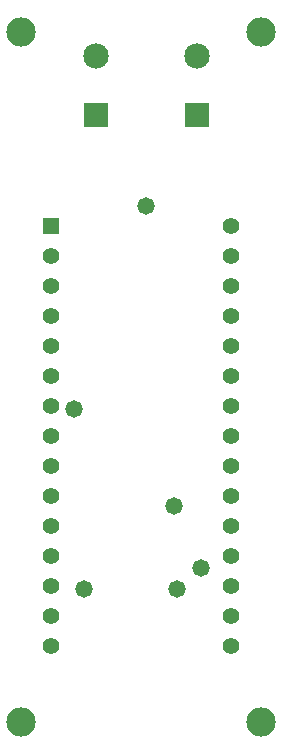
<source format=gts>
G04*
G04 #@! TF.GenerationSoftware,Altium Limited,Altium Designer,23.3.1 (30)*
G04*
G04 Layer_Color=8388736*
%FSLAX25Y25*%
%MOIN*%
G70*
G04*
G04 #@! TF.SameCoordinates,B46EFDDD-D530-4476-AF1B-D3F34534D4D2*
G04*
G04*
G04 #@! TF.FilePolarity,Negative*
G04*
G01*
G75*
%ADD13C,0.09800*%
%ADD14C,0.05567*%
%ADD15R,0.05567X0.05567*%
%ADD16C,0.08477*%
%ADD17R,0.08477X0.08477*%
%ADD18C,0.05800*%
D13*
X90000Y-240000D02*
D03*
X10000D02*
D03*
Y-10000D02*
D03*
X90000D02*
D03*
D14*
X80000Y-74500D02*
D03*
Y-84500D02*
D03*
Y-94500D02*
D03*
Y-104500D02*
D03*
Y-114500D02*
D03*
Y-124500D02*
D03*
Y-134500D02*
D03*
Y-144500D02*
D03*
Y-154500D02*
D03*
Y-164500D02*
D03*
Y-174500D02*
D03*
Y-184500D02*
D03*
Y-194500D02*
D03*
Y-204500D02*
D03*
Y-214500D02*
D03*
X20000D02*
D03*
Y-204500D02*
D03*
Y-194500D02*
D03*
Y-184500D02*
D03*
Y-174500D02*
D03*
Y-164500D02*
D03*
Y-154500D02*
D03*
Y-144500D02*
D03*
Y-134500D02*
D03*
Y-124500D02*
D03*
Y-114500D02*
D03*
Y-104500D02*
D03*
Y-94500D02*
D03*
Y-84500D02*
D03*
D15*
Y-74500D02*
D03*
D16*
X68500Y-18000D02*
D03*
X35000D02*
D03*
D17*
X68500Y-37685D02*
D03*
X35000D02*
D03*
D18*
X62000Y-195500D02*
D03*
X27500Y-135500D02*
D03*
X51500Y-68000D02*
D03*
X31000Y-195500D02*
D03*
X70000Y-188500D02*
D03*
X61000Y-168000D02*
D03*
M02*

</source>
